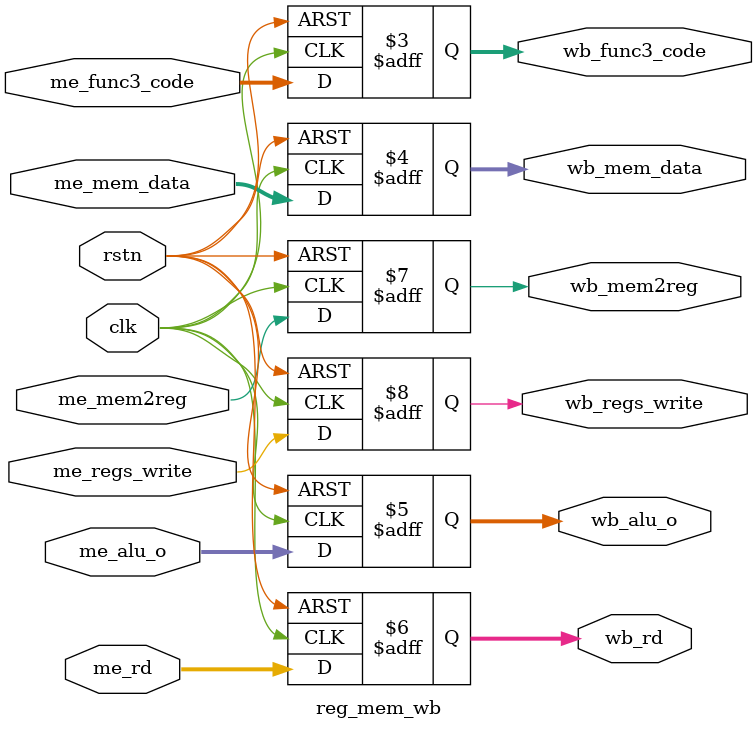
<source format=v>
module reg_mem_wb(
    input  wire clk,
    input  wire rstn,
    input  wire[31:0] me_mem_data,
    input  wire[31:0] me_alu_o,
    input  wire[4:0]  me_rd,
    input  wire       me_mem2reg,
    input  wire       me_regs_write,
    input  wire[2:0]  me_func3_code,
    output reg[2:0]   wb_func3_code,
    output reg[31:0]  wb_mem_data,
    output reg[31:0]  wb_alu_o,
    output reg[4:0]   wb_rd,
    output reg        wb_mem2reg,
    output reg        wb_regs_write
);

always @(posedge clk or negedge rstn) begin
    if (!rstn)begin
        wb_mem_data    <= 0; // yjk add
        wb_alu_o       <= 0;     
        wb_rd          <= 0; 
        wb_mem2reg     <= 0;     
        wb_regs_write  <= 0; 
        wb_func3_code  <= 0;            
    end 
    else begin
        wb_mem_data    <= me_mem_data; // yjk add
        wb_alu_o       <= me_alu_o;     
        wb_rd          <= me_rd; 
        wb_mem2reg     <= me_mem2reg;     
        wb_regs_write  <= me_regs_write;   
        wb_func3_code  <= me_func3_code;
    end
    $display("wb_alu_o     : %h",wb_alu_o);
    $display("wb_mem2reg   : %h",wb_mem2reg);
    $display("wb_regs_write: %h",wb_regs_write);
    $display("-----------------------");
end

// yjk del
// always @(*) begin
//     wb_mem_data = me_mem_data; //offset the 1-cycle delay caused by syn_RAM
//     $display("wb_mem_data  : %h",wb_mem_data);
// end

endmodule
</source>
